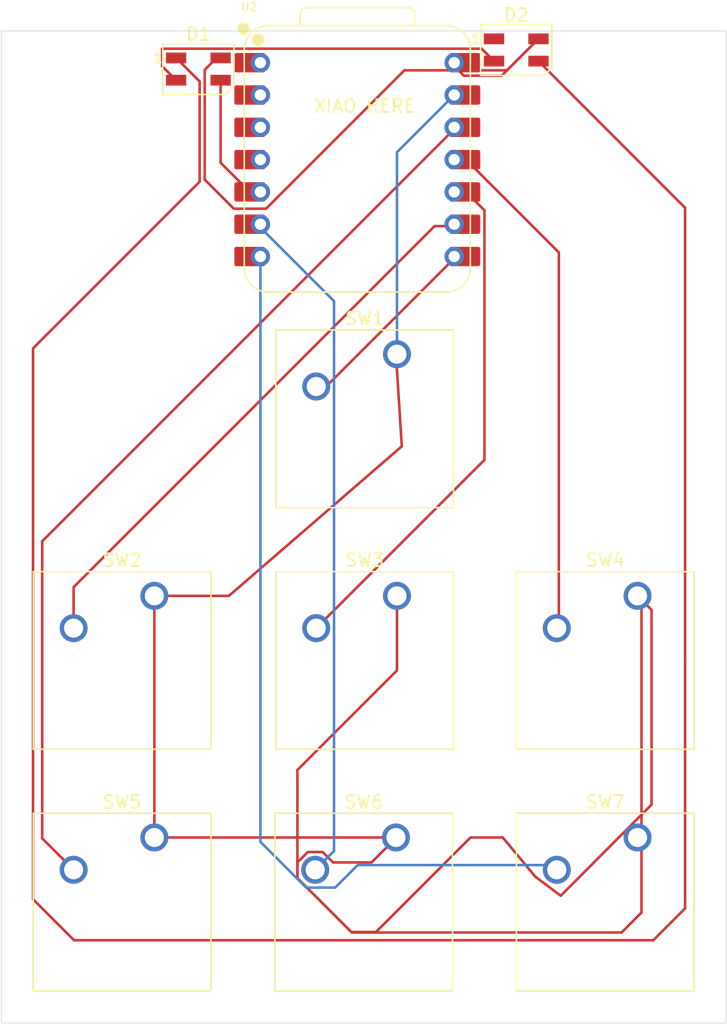
<source format=kicad_pcb>
(kicad_pcb (version 20240108) (generator "pcbnew") (generator_version "8.0")
  (layers (0 "F.Cu" signal) (31 "B.Cu" signal) (34 "B.Paste" user) (35 "F.Paste" user) (36 "B.SilkS" user "B.Silkscreen") (37 "F.SilkS" user "F.Silkscreen") (38 "B.Mask" user) (39 "F.Mask" user) (44 "Edge.Cuts" user))
  (net 0 "")
  (net 1 "Net-(D1-DIN)")
  (net 2 "Net-(D1-DOUT)")
  (net 3 "+5V")
  (net 4 "Net-(D1-VSS)")
  (net 6 "Net-(U2-GPIO1{slash}RX)")
  (net 7 "GND")
  (net 8 "Net-(U2-GPIO2{slash}SCK)")
  (net 9 "Net-(U2-GPIO4{slash}MISO)")
  (net 10 "Net-(U2-GPIO3{slash}MOSI)")
  (net 11 "Net-(U2-3V3)")
  (net 12 "Net-(U2-GPIO7{slash}SCL)")
  (net 13 "Net-(U2-GPIO0{slash}TX)")
  (footprint "OPL:XIAO-RP2040-DIP" (layer "F.Cu") (at 116 45.62)
    (property "Reference" "U2" (at -8.5 -12 0) (layer "F.SilkS") (effects (font (size 0.635 0.635) (thickness 0.1016))))
    (property "Value" "XIAO-RP2040-DIP")
    (fp_line (start -8.89 8.509) (end -8.89 -8.636) (stroke (width 0.127)) (layer "F.SilkS"))
    (fp_line (start -6.985 10.414) (end 6.985 10.414) (stroke (width 0.127)) (layer "F.SilkS"))
    (fp_line (start -4.495 -10.541) (end -4.491272 -11.451272) (stroke (width 0.127)) (layer "F.SilkS"))
    (fp_line (start -3.991272 -11.951) (end 4.004 -11.951) (stroke (width 0.127)) (layer "F.SilkS"))
    (fp_line (start 4.504 -11.451) (end 4.504 -10.541) (stroke (width 0.127)) (layer "F.SilkS"))
    (fp_line (start 6.985 -10.541) (end -6.985 -10.541) (stroke (width 0.1)) (layer "F.SilkS"))
    (fp_line (start 6.985 -10.541) (end -6.985 -10.541) (stroke (width 0.127)) (layer "F.SilkS"))
    (fp_line (start 8.89 8.509) (end 8.89 -8.636) (stroke (width 0.127)) (layer "F.SilkS"))
    (fp_arc (start -8.89 -8.636) (mid -8.332038 -9.983038) (end -6.985 -10.541) (stroke (width 0.127)) (layer "F.SilkS"))
    (fp_arc (start -6.985 10.414) (mid -8.332038 9.856038) (end -8.89 8.509) (stroke (width 0.127)) (layer "F.SilkS"))
    (fp_arc (start -4.491272 -11.451272) (mid -4.344724 -11.804644) (end -3.991272 -11.951) (stroke (width 0.127)) (layer "F.SilkS"))
    (fp_arc (start 4.004 -11.951) (mid 4.357553 -11.804553) (end 4.504 -11.451) (stroke (width 0.127)) (layer "F.SilkS"))
    (fp_arc (start 6.985 -10.541) (mid 8.332038 -9.983038) (end 8.89 -8.636) (stroke (width 0.127)) (layer "F.SilkS"))
    (fp_arc (start 8.89 8.509) (mid 8.332038 9.856038) (end 6.985 10.414) (stroke (width 0.127)) (layer "F.SilkS"))
    (fp_circle (center -8.95 -10.3) (end -8.95 -10.554) (stroke (width 0.5)) (fill solid) (layer "F.SilkS"))
    (fp_circle (center -7.807 -9.42) (end -7.807 -9.674) (stroke (width 0.5)) (fill solid) (layer "F.SilkS"))
    (pad "1" smd roundrect (at -8.455 -7.62 180) (size 2.432 1.524) (layers "F.Cu" "F.Mask") (roundrect_rratio 0.1))
    (pad "1" thru_hole circle (at -7.62 -7.62 180) (size 1.524 1.524) (drill 0.889) (layers "*.Cu" "*.Mask"))
    (pad "2" smd roundrect (at -8.455 -5.08 180) (size 2.432 1.524) (layers "F.Cu" "F.Mask") (roundrect_rratio 0.1))
    (pad "2" thru_hole circle (at -7.62 -5.08 180) (size 1.524 1.524) (drill 0.889) (layers "*.Cu" "*.Mask"))
    (pad "3" smd roundrect (at -8.455 -2.54 180) (size 2.432 1.524) (layers "F.Cu" "F.Mask") (roundrect_rratio 0.1))
    (pad "3" thru_hole circle (at -7.62 -2.54 180) (size 1.524 1.524) (drill 0.889) (layers "*.Cu" "*.Mask"))
    (pad "4" smd roundrect (at -8.455 0 180) (size 2.432 1.524) (layers "F.Cu" "F.Mask") (roundrect_rratio 0.1))
    (pad "4" thru_hole circle (at -7.62 0 180) (size 1.524 1.524) (drill 0.889) (layers "*.Cu" "*.Mask"))
    (pad "5" smd roundrect (at -8.455 2.54 180) (size 2.432 1.524) (layers "F.Cu" "F.Mask") (roundrect_rratio 0.1) (net 1 "Net-(D1-DIN)"))
    (pad "5" thru_hole circle (at -7.62 2.54 180) (size 1.524 1.524) (drill 0.889) (layers "*.Cu" "*.Mask") (net 1 "Net-(D1-DIN)"))
    (pad "6" smd roundrect (at -8.455 5.08 180) (size 2.432 1.524) (layers "F.Cu" "F.Mask") (roundrect_rratio 0.1) (net 12 "Net-(U2-GPIO7{slash}SCL)"))
    (pad "6" thru_hole circle (at -7.62 5.08 180) (size 1.524 1.524) (drill 0.889) (layers "*.Cu" "*.Mask") (net 12 "Net-(U2-GPIO7{slash}SCL)"))
    (pad "7" smd roundrect (at -8.455 7.62 180) (size 2.432 1.524) (layers "F.Cu" "F.Mask") (roundrect_rratio 0.1) (net 13 "Net-(U2-GPIO0{slash}TX)"))
    (pad "7" thru_hole circle (at -7.62 7.62 180) (size 1.524 1.524) (drill 0.889) (layers "*.Cu" "*.Mask") (net 13 "Net-(U2-GPIO0{slash}TX)"))
    (pad "8" thru_hole circle (at 7.62 7.62) (size 1.524 1.524) (drill 0.889) (layers "*.Cu" "*.Mask") (net 6 "Net-(U2-GPIO1{slash}RX)"))
    (pad "8" smd roundrect (at 8.455 7.62) (size 2.432 1.524) (layers "F.Cu" "F.Mask") (roundrect_rratio 0.1) (net 6 "Net-(U2-GPIO1{slash}RX)"))
    (pad "9" thru_hole circle (at 7.62 5.08) (size 1.524 1.524) (drill 0.889) (layers "*.Cu" "*.Mask") (net 8 "Net-(U2-GPIO2{slash}SCK)"))
    (pad "9" smd roundrect (at 8.455 5.08) (size 2.432 1.524) (layers "F.Cu" "F.Mask") (roundrect_rratio 0.1) (net 8 "Net-(U2-GPIO2{slash}SCK)"))
    (pad "10" thru_hole circle (at 7.62 2.54) (size 1.524 1.524) (drill 0.889) (layers "*.Cu" "*.Mask") (net 9 "Net-(U2-GPIO4{slash}MISO)"))
    (pad "10" smd roundrect (at 8.455 2.54) (size 2.432 1.524) (layers "F.Cu" "F.Mask") (roundrect_rratio 0.1) (net 9 "Net-(U2-GPIO4{slash}MISO)"))
    (pad "11" thru_hole circle (at 7.62 0) (size 1.524 1.524) (drill 0.889) (layers "*.Cu" "*.Mask") (net 10 "Net-(U2-GPIO3{slash}MOSI)"))
    (pad "11" smd roundrect (at 8.455 0) (size 2.432 1.524) (layers "F.Cu" "F.Mask") (roundrect_rratio 0.1) (net 10 "Net-(U2-GPIO3{slash}MOSI)"))
    (pad "12" thru_hole circle (at 7.62 -2.54) (size 1.524 1.524) (drill 0.889) (layers "*.Cu" "*.Mask") (net 11 "Net-(U2-3V3)"))
    (pad "12" smd roundrect (at 8.455 -2.54) (size 2.432 1.524) (layers "F.Cu" "F.Mask") (roundrect_rratio 0.1) (net 11 "Net-(U2-3V3)"))
    (pad "13" thru_hole circle (at 7.62 -5.08) (size 1.524 1.524) (drill 0.889) (layers "*.Cu" "*.Mask") (net 7 "GND"))
    (pad "13" smd roundrect (at 8.455 -5.08) (size 2.432 1.524) (layers "F.Cu" "F.Mask") (roundrect_rratio 0.1) (net 7 "GND"))
    (pad "14" thru_hole circle (at 7.62 -7.62) (size 1.524 1.524) (drill 0.889) (layers "*.Cu" "*.Mask") (net 3 "+5V"))
    (pad "14" smd roundrect (at 8.455 -7.62) (size 2.432 1.524) (layers "F.Cu" "F.Mask") (roundrect_rratio 0.1) (net 3 "+5V"))
  )
  (footprint "Button_Switch_Keyboard:SW_Cherry_MX_1.00u_PCB" (layer "F.Cu") (at 119.04 98.92)
    (property "Reference" "SW6" (at -2.54 -2.794 0) (layer "F.SilkS"))
    (property "Value" "SW_Push")
    (fp_line (start -9.525 -1.905) (end 4.445 -1.905) (stroke (width 0.12)) (layer "F.SilkS"))
    (fp_line (start -9.525 12.065) (end -9.525 -1.905) (stroke (width 0.12)) (layer "F.SilkS"))
    (fp_line (start 4.445 -1.905) (end 4.445 12.065) (stroke (width 0.12)) (layer "F.SilkS"))
    (fp_line (start 4.445 12.065) (end -9.525 12.065) (stroke (width 0.12)) (layer "F.SilkS"))
    (pad "" np_thru_hole circle (at -7.62 5.08) (size 1.7 1.7) (drill 1.7) (layers "*.Cu" "*.Mask"))
    (pad "" np_thru_hole circle (at -2.54 5.08) (size 4 4) (drill 4) (layers "*.Cu" "*.Mask"))
    (pad "" np_thru_hole circle (at 2.54 5.08) (size 1.7 1.7) (drill 1.7) (layers "*.Cu" "*.Mask"))
    (pad "1" thru_hole circle (at 0 0) (size 2.2 2.2) (drill 1.5) (layers "*.Cu" "*.Mask") (net 7 "GND"))
    (pad "2" thru_hole circle (at -6.35 2.54) (size 2.2 2.2) (drill 1.5) (layers "*.Cu" "*.Mask") (net 12 "Net-(U2-GPIO7{slash}SCL)"))
  )
  (footprint "Button_Switch_Keyboard:SW_Cherry_MX_1.00u_PCB" (layer "F.Cu") (at 119.12 60.92)
    (property "Reference" "SW1" (at -2.54 -2.794 0) (layer "F.SilkS"))
    (property "Value" "SW_Push")
    (fp_line (start -9.525 -1.905) (end 4.445 -1.905) (stroke (width 0.12)) (layer "F.SilkS"))
    (fp_line (start -9.525 12.065) (end -9.525 -1.905) (stroke (width 0.12)) (layer "F.SilkS"))
    (fp_line (start 4.445 -1.905) (end 4.445 12.065) (stroke (width 0.12)) (layer "F.SilkS"))
    (fp_line (start 4.445 12.065) (end -9.525 12.065) (stroke (width 0.12)) (layer "F.SilkS"))
    (pad "" np_thru_hole circle (at -7.62 5.08) (size 1.7 1.7) (drill 1.7) (layers "*.Cu" "*.Mask"))
    (pad "" np_thru_hole circle (at -2.54 5.08) (size 4 4) (drill 4) (layers "*.Cu" "*.Mask"))
    (pad "" np_thru_hole circle (at 2.54 5.08) (size 1.7 1.7) (drill 1.7) (layers "*.Cu" "*.Mask"))
    (pad "1" thru_hole circle (at 0 0) (size 2.2 2.2) (drill 1.5) (layers "*.Cu" "*.Mask") (net 7 "GND"))
    (pad "2" thru_hole circle (at -6.35 2.54) (size 2.2 2.2) (drill 1.5) (layers "*.Cu" "*.Mask") (net 6 "Net-(U2-GPIO1{slash}RX)"))
  )
  (footprint "Button_Switch_Keyboard:SW_Cherry_MX_1.00u_PCB" (layer "F.Cu") (at 100.04 98.92)
    (property "Reference" "SW5" (at -2.54 -2.794 0) (layer "F.SilkS"))
    (property "Value" "SW_Push")
    (fp_line (start -9.525 -1.905) (end 4.445 -1.905) (stroke (width 0.12)) (layer "F.SilkS"))
    (fp_line (start -9.525 12.065) (end -9.525 -1.905) (stroke (width 0.12)) (layer "F.SilkS"))
    (fp_line (start 4.445 -1.905) (end 4.445 12.065) (stroke (width 0.12)) (layer "F.SilkS"))
    (fp_line (start 4.445 12.065) (end -9.525 12.065) (stroke (width 0.12)) (layer "F.SilkS"))
    (pad "" np_thru_hole circle (at -7.62 5.08) (size 1.7 1.7) (drill 1.7) (layers "*.Cu" "*.Mask"))
    (pad "" np_thru_hole circle (at -2.54 5.08) (size 4 4) (drill 4) (layers "*.Cu" "*.Mask"))
    (pad "" np_thru_hole circle (at 2.54 5.08) (size 1.7 1.7) (drill 1.7) (layers "*.Cu" "*.Mask"))
    (pad "1" thru_hole circle (at 0 0) (size 2.2 2.2) (drill 1.5) (layers "*.Cu" "*.Mask") (net 7 "GND"))
    (pad "2" thru_hole circle (at -6.35 2.54) (size 2.2 2.2) (drill 1.5) (layers "*.Cu" "*.Mask") (net 11 "Net-(U2-3V3)"))
  )
  (footprint "Button_Switch_Keyboard:SW_Cherry_MX_1.00u_PCB" (layer "F.Cu") (at 119.12 79.92)
    (property "Reference" "SW3" (at -2.54 -2.794 0) (layer "F.SilkS"))
    (property "Value" "SW_Push")
    (fp_line (start -9.525 -1.905) (end 4.445 -1.905) (stroke (width 0.12)) (layer "F.SilkS"))
    (fp_line (start -9.525 12.065) (end -9.525 -1.905) (stroke (width 0.12)) (layer "F.SilkS"))
    (fp_line (start 4.445 -1.905) (end 4.445 12.065) (stroke (width 0.12)) (layer "F.SilkS"))
    (fp_line (start 4.445 12.065) (end -9.525 12.065) (stroke (width 0.12)) (layer "F.SilkS"))
    (pad "" np_thru_hole circle (at -7.62 5.08) (size 1.7 1.7) (drill 1.7) (layers "*.Cu" "*.Mask"))
    (pad "" np_thru_hole circle (at -2.54 5.08) (size 4 4) (drill 4) (layers "*.Cu" "*.Mask"))
    (pad "" np_thru_hole circle (at 2.54 5.08) (size 1.7 1.7) (drill 1.7) (layers "*.Cu" "*.Mask"))
    (pad "1" thru_hole circle (at 0 0) (size 2.2 2.2) (drill 1.5) (layers "*.Cu" "*.Mask") (net 7 "GND"))
    (pad "2" thru_hole circle (at -6.35 2.54) (size 2.2 2.2) (drill 1.5) (layers "*.Cu" "*.Mask") (net 9 "Net-(U2-GPIO4{slash}MISO)"))
  )
  (footprint "Button_Switch_Keyboard:SW_Cherry_MX_1.00u_PCB" (layer "F.Cu") (at 138.04 79.92)
    (property "Reference" "SW4" (at -2.54 -2.794 0) (layer "F.SilkS"))
    (property "Value" "SW_Push")
    (fp_line (start -9.525 -1.905) (end 4.445 -1.905) (stroke (width 0.12)) (layer "F.SilkS"))
    (fp_line (start -9.525 12.065) (end -9.525 -1.905) (stroke (width 0.12)) (layer "F.SilkS"))
    (fp_line (start 4.445 -1.905) (end 4.445 12.065) (stroke (width 0.12)) (layer "F.SilkS"))
    (fp_line (start 4.445 12.065) (end -9.525 12.065) (stroke (width 0.12)) (layer "F.SilkS"))
    (pad "" np_thru_hole circle (at -7.62 5.08) (size 1.7 1.7) (drill 1.7) (layers "*.Cu" "*.Mask"))
    (pad "" np_thru_hole circle (at -2.54 5.08) (size 4 4) (drill 4) (layers "*.Cu" "*.Mask"))
    (pad "" np_thru_hole circle (at 2.54 5.08) (size 1.7 1.7) (drill 1.7) (layers "*.Cu" "*.Mask"))
    (pad "1" thru_hole circle (at 0 0) (size 2.2 2.2) (drill 1.5) (layers "*.Cu" "*.Mask") (net 7 "GND"))
    (pad "2" thru_hole circle (at -6.35 2.54) (size 2.2 2.2) (drill 1.5) (layers "*.Cu" "*.Mask") (net 10 "Net-(U2-GPIO3{slash}MOSI)"))
  )
  (footprint "Button_Switch_Keyboard:SW_Cherry_MX_1.00u_PCB" (layer "F.Cu") (at 138.04 98.92)
    (property "Reference" "SW7" (at -2.54 -2.794 0) (layer "F.SilkS"))
    (property "Value" "SW_Push")
    (fp_line (start -9.525 -1.905) (end 4.445 -1.905) (stroke (width 0.12)) (layer "F.SilkS"))
    (fp_line (start -9.525 12.065) (end -9.525 -1.905) (stroke (width 0.12)) (layer "F.SilkS"))
    (fp_line (start 4.445 -1.905) (end 4.445 12.065) (stroke (width 0.12)) (layer "F.SilkS"))
    (fp_line (start 4.445 12.065) (end -9.525 12.065) (stroke (width 0.12)) (layer "F.SilkS"))
    (pad "" np_thru_hole circle (at -7.62 5.08) (size 1.7 1.7) (drill 1.7) (layers "*.Cu" "*.Mask"))
    (pad "" np_thru_hole circle (at -2.54 5.08) (size 4 4) (drill 4) (layers "*.Cu" "*.Mask"))
    (pad "" np_thru_hole circle (at 2.54 5.08) (size 1.7 1.7) (drill 1.7) (layers "*.Cu" "*.Mask"))
    (pad "1" thru_hole circle (at 0 0) (size 2.2 2.2) (drill 1.5) (layers "*.Cu" "*.Mask") (net 7 "GND"))
    (pad "2" thru_hole circle (at -6.35 2.54) (size 2.2 2.2) (drill 1.5) (layers "*.Cu" "*.Mask") (net 13 "Net-(U2-GPIO0{slash}TX)"))
  )
  (footprint "LED_SMD:LED_SK6812MINI_PLCC4_3.5x3.5mm_P1.75mm" (layer "F.Cu") (at 128.5 37)
    (property "Reference" "D2" (at 0 -2.75 0) (layer "F.SilkS"))
    (property "Value" "SK6812MINI")
    (fp_line (start -2.8 -2) (end -2.8 2) (stroke (width 0.12)) (layer "F.SilkS"))
    (fp_line (start -2.8 -2) (end 2.8 -2) (stroke (width 0.12)) (layer "F.SilkS"))
    (fp_line (start -2.8 2) (end 2.2 2) (stroke (width 0.12)) (layer "F.SilkS"))
    (fp_line (start 2.8 1.4) (end 2.2 2) (stroke (width 0.12)) (layer "F.SilkS"))
    (fp_line (start 2.8 1.4) (end 2.8 -2) (stroke (width 0.12)) (layer "F.SilkS"))
    (fp_text user "1" (at -3.2 -0.875 0) (layer "F.SilkS") (effects (font (size 0.8 0.8))))
    (pad "1" smd rect (at -1.75 -0.875) (size 1.6 0.85) (layers "F.Cu" "F.Paste" "F.Mask"))
    (pad "2" smd rect (at -1.75 0.875) (size 1.6 0.85) (layers "F.Cu" "F.Paste" "F.Mask") (net 4 "Net-(D1-VSS)"))
    (pad "3" smd rect (at 1.75 0.875) (size 1.6 0.85) (layers "F.Cu" "F.Paste" "F.Mask") (net 2 "Net-(D1-DOUT)"))
    (pad "4" smd rect (at 1.75 -0.875) (size 1.6 0.85) (layers "F.Cu" "F.Paste" "F.Mask") (net 3 "+5V"))
  )
  (footprint "Button_Switch_Keyboard:SW_Cherry_MX_1.00u_PCB" (layer "F.Cu") (at 100.04 79.92)
    (property "Reference" "SW2" (at -2.54 -2.794 0) (layer "F.SilkS"))
    (property "Value" "SW_Push")
    (fp_line (start -9.525 -1.905) (end 4.445 -1.905) (stroke (width 0.12)) (layer "F.SilkS"))
    (fp_line (start -9.525 12.065) (end -9.525 -1.905) (stroke (width 0.12)) (layer "F.SilkS"))
    (fp_line (start 4.445 -1.905) (end 4.445 12.065) (stroke (width 0.12)) (layer "F.SilkS"))
    (fp_line (start 4.445 12.065) (end -9.525 12.065) (stroke (width 0.12)) (layer "F.SilkS"))
    (pad "" np_thru_hole circle (at -7.62 5.08) (size 1.7 1.7) (drill 1.7) (layers "*.Cu" "*.Mask"))
    (pad "" np_thru_hole circle (at -2.54 5.08) (size 4 4) (drill 4) (layers "*.Cu" "*.Mask"))
    (pad "" np_thru_hole circle (at 2.54 5.08) (size 1.7 1.7) (drill 1.7) (layers "*.Cu" "*.Mask"))
    (pad "1" thru_hole circle (at 0 0) (size 2.2 2.2) (drill 1.5) (layers "*.Cu" "*.Mask") (net 7 "GND"))
    (pad "2" thru_hole circle (at -6.35 2.54) (size 2.2 2.2) (drill 1.5) (layers "*.Cu" "*.Mask") (net 8 "Net-(U2-GPIO2{slash}SCK)"))
  )
  (footprint "LED_SMD:LED_SK6812MINI_PLCC4_3.5x3.5mm_P1.75mm" (layer "F.Cu") (at 103.5 38.5)
    (property "Reference" "D1" (at 0 -2.75 0) (layer "F.SilkS"))
    (property "Value" "SK6812MINI")
    (fp_line (start -2.8 -2) (end -2.8 2) (stroke (width 0.12)) (layer "F.SilkS"))
    (fp_line (start -2.8 -2) (end 2.8 -2) (stroke (width 0.12)) (layer "F.SilkS"))
    (fp_line (start -2.8 2) (end 2.2 2) (stroke (width 0.12)) (layer "F.SilkS"))
    (fp_line (start 2.8 1.4) (end 2.2 2) (stroke (width 0.12)) (layer "F.SilkS"))
    (fp_line (start 2.8 1.4) (end 2.8 -2) (stroke (width 0.12)) (layer "F.SilkS"))
    (fp_text user "1" (at -3.2 -0.875 0) (layer "F.SilkS") (effects (font (size 0.8 0.8))))
    (pad "1" smd rect (at -1.75 -0.875) (size 1.6 0.85) (layers "F.Cu" "F.Paste" "F.Mask") (net 2 "Net-(D1-DOUT)"))
    (pad "2" smd rect (at -1.75 0.875) (size 1.6 0.85) (layers "F.Cu" "F.Paste" "F.Mask") (net 4 "Net-(D1-VSS)"))
    (pad "3" smd rect (at 1.75 0.875) (size 1.6 0.85) (layers "F.Cu" "F.Paste" "F.Mask") (net 1 "Net-(D1-DIN)"))
    (pad "4" smd rect (at 1.75 -0.875) (size 1.6 0.85) (layers "F.Cu" "F.Paste" "F.Mask") (net 3 "+5V"))
  )
  (gr_rect (start 88 35.5) (end 145 113.5) (stroke (width 0.05)) (fill none) (layer "Edge.Cuts"))
  (gr_text "XIAO HERE" (at 112.5 42 0) (layer "F.SilkS") (effects (font (size 1 1)) (justify left bottom)))
  (segment (start 105.25 45.865) (end 107.545 48.16) (width 0.2) (layer "F.Cu") (net 1))
  (segment (start 108.38 48.3085) (end 107.30237 48.3085) (width 0.2) (layer "F.Cu") (net 1))
  (segment (start 108.38 48.3085) (end 107.545 48.3085) (width 0.2) (layer "F.Cu") (net 1))
  (segment (start 105.25 39.375) (end 105.25 45.865) (width 0.2) (layer "F.Cu") (net 1))
  (segment (start 139.277056 107) (end 93.722944 107) (width 0.2) (layer "F.Cu") (net 2))
  (segment (start 93.722944 107) (end 90.5 103.777056) (width 0.2) (layer "F.Cu") (net 2))
  (segment (start 103.6 39.475) (end 101.75 37.625) (width 0.2) (layer "F.Cu") (net 2))
  (segment (start 103.6 47.3579) (end 103.6 39.475) (width 0.2) (layer "F.Cu") (net 2))
  (segment (start 130.25 37.875) (end 141.78 49.405) (width 0.2) (layer "F.Cu") (net 2))
  (segment (start 90.5 60.4579) (end 103.6 47.3579) (width 0.2) (layer "F.Cu") (net 2))
  (segment (start 141.78 104.497056) (end 139.277056 107) (width 0.2) (layer "F.Cu") (net 2))
  (segment (start 90.5 103.777056) (end 90.5 60.4579) (width 0.2) (layer "F.Cu") (net 2))
  (segment (start 141.78 49.405) (end 141.78 104.497056) (width 0.2) (layer "F.Cu") (net 2))
  (segment (start 130.25 36.125) (end 127.775 38.6) (width 0.2) (layer "F.Cu") (net 3))
  (segment (start 106.289786 49.482) (end 104 47.192214) (width 0.2) (layer "F.Cu") (net 3))
  (segment (start 124.455 38.1485) (end 123.62 38.1485) (width 0.2) (layer "F.Cu") (net 3))
  (segment (start 127.353 39.022) (end 124.382 39.022) (width 0.2) (layer "F.Cu") (net 3))
  (segment (start 123.62 38.1485) (end 124.69763 38.1485) (width 0.2) (layer "F.Cu") (net 3))
  (segment (start 127.775 38.6) (end 119.701895 38.6) (width 0.2) (layer "F.Cu") (net 3))
  (segment (start 119.701895 38.6) (end 108.819895 49.482) (width 0.2) (layer "F.Cu") (net 3))
  (segment (start 104 38.559315) (end 104.85 37.709315) (width 0.2) (layer "F.Cu") (net 3))
  (segment (start 130.25 36.125) (end 127.353 39.022) (width 0.2) (layer "F.Cu") (net 3))
  (segment (start 108.819895 49.482) (end 106.289786 49.482) (width 0.2) (layer "F.Cu") (net 3))
  (segment (start 124.382 39.022) (end 123.62 38.26) (width 0.2) (layer "F.Cu") (net 3))
  (segment (start 104 47.192214) (end 104 38.559315) (width 0.2) (layer "F.Cu") (net 3))
  (segment (start 126.75 37.875) (end 125.9615 37.0865) (width 0.2) (layer "F.Cu") (net 4))
  (segment (start 100.65 38.275) (end 100.65 36.9) (width 0.2) (layer "F.Cu") (net 4))
  (segment (start 125.775 36.9) (end 126.75 37.875) (width 0.2) (layer "F.Cu") (net 4))
  (segment (start 101.75 39.375) (end 100.65 38.275) (width 0.2) (layer "F.Cu") (net 4))
  (segment (start 100.65 36.9) (end 125.775 36.9) (width 0.2) (layer "F.Cu") (net 4))
  (segment (start 123.62 53.3885) (end 113.5485 63.46) (width 0.2) (layer "F.Cu") (net 6))
  (segment (start 113.5485 63.46) (end 112.69 63.46) (width 0.2) (layer "F.Cu") (net 6))
  (segment (start 127.440101 98.92) (end 124.903402 98.92) (width 0.2) (layer "F.Cu") (net 7))
  (segment (start 138.35 104.823402) (end 138.35 98.96) (width 0.2) (layer "F.Cu") (net 7))
  (segment (start 138.35 98.96) (end 138.35 80.23) (width 0.2) (layer "F.Cu") (net 7))
  (segment (start 138.04 79.92) (end 139.139999 81.019999) (width 0.2) (layer "F.Cu") (net 7))
  (segment (start 105.903402 79.92) (end 100.04 79.92) (width 0.2) (layer "F.Cu") (net 7))
  (segment (start 132 103.5) (end 130 102) (width 0.2) (layer "F.Cu") (net 7))
  (segment (start 136.783402 106.39) (end 138.35 104.823402) (width 0.2) (layer "F.Cu") (net 7))
  (segment (start 111.29 100.880101) (end 111.29 102.113402) (width 0.2) (layer "F.Cu") (net 7))
  (segment (start 119.12 85.783402) (end 119.12 79.92) (width 0.2) (layer "F.Cu") (net 7))
  (segment (start 130 102) (end 127.440101 98.92) (width 0.2) (layer "F.Cu") (net 7))
  (segment (start 111.29 93.613402) (end 119.12 85.783402) (width 0.2) (layer "F.Cu") (net 7))
  (segment (start 111.29 102.113402) (end 111.29 93.613402) (width 0.2) (layer "F.Cu") (net 7))
  (segment (start 124.903402 98.92) (end 117.473402 106.35) (width 0.2) (layer "F.Cu") (net 7))
  (segment (start 111.29 102.113402) (end 115.566598 106.39) (width 0.2) (layer "F.Cu") (net 7))
  (segment (start 112.110101 100.06) (end 111.29 100.880101) (width 0.2) (layer "F.Cu") (net 7))
  (segment (start 119.04 98.92) (end 119.08 98.92) (width 0.2) (layer "F.Cu") (net 7))
  (segment (start 117.119899 100.880101) (end 114.09 100.880101) (width 0.2) (layer "F.Cu") (net 7))
  (segment (start 117.473402 106.35) (end 115.526598 106.35) (width 0.2) (layer "F.Cu") (net 7))
  (segment (start 119.5 68.161701) (end 105.903402 79.92) (width 0.2) (layer "F.Cu") (net 7))
  (segment (start 138.35 80.23) (end 138.04 79.92) (width 0.2) (layer "F.Cu") (net 7))
  (segment (start 114.09 100.880101) (end 113.269899 100.06) (width 0.2) (layer "F.Cu") (net 7))
  (segment (start 119.04 60.92) (end 119.5 68.161701) (width 0.2) (layer "F.Cu") (net 7))
  (segment (start 139.139999 81.019999) (end 139.139999 96.3399) (width 0.2) (layer "F.Cu") (net 7))
  (segment (start 115.566598 106.39) (end 136.783402 106.39) (width 0.2) (layer "F.Cu") (net 7))
  (segment (start 115.526598 106.35) (end 111.29 102.113402) (width 0.2) (layer "F.Cu") (net 7))
  (segment (start 113.269899 100.06) (end 112.110101 100.06) (width 0.2) (layer "F.Cu") (net 7))
  (segment (start 139.139999 96.3399) (end 132 103.5) (width 0.2) (layer "F.Cu") (net 7))
  (segment (start 100.04 79.92) (end 100.04 98.92) (width 0.2) (layer "F.Cu") (net 7))
  (segment (start 119.08 98.92) (end 117.119899 100.880101) (width 0.2) (layer "F.Cu") (net 7))
  (segment (start 100.04 98.92) (end 119.04 98.92) (width 0.2) (layer "F.Cu") (net 7))
  (segment (start 119.12 60.92) (end 119.12 45.04) (width 0.2) (layer "B.Cu") (net 7))
  (segment (start 119.12 45.04) (end 123.62 40.54) (width 0.2) (layer "B.Cu") (net 7))
  (segment (start 123.62 50.8485) (end 122.0765 50.8485) (width 0.2) (layer "F.Cu") (net 8))
  (segment (start 122.0765 50.8485) (end 93.69 79.235) (width 0.2) (layer "F.Cu") (net 8))
  (segment (start 93.69 79.235) (end 93.69 82.46) (width 0.2) (layer "F.Cu") (net 8))
  (segment (start 124.69763 48.3085) (end 126 49.61087) (width 0.2) (layer "F.Cu") (net 9))
  (segment (start 126 49.61087) (end 126 69.23) (width 0.2) (layer "F.Cu") (net 9))
  (segment (start 123.62 48.3085) (end 124.69763 48.3085) (width 0.2) (layer "F.Cu") (net 9))
  (segment (start 126 69.23) (end 112.77 82.46) (width 0.2) (layer "F.Cu") (net 9))
  (segment (start 131.85 52.92087) (end 131.85 82.3) (width 0.2) (layer "F.Cu") (net 10))
  (segment (start 131.85 82.3) (end 131.69 82.46) (width 0.2) (layer "F.Cu") (net 10))
  (segment (start 124.69763 45.7685) (end 131.85 52.92087) (width 0.2) (layer "F.Cu") (net 10))
  (segment (start 123.62 45.7685) (end 124.69763 45.7685) (width 0.2) (layer "F.Cu") (net 10))
  (segment (start 91.22 98.99) (end 93.69 101.46) (width 0.2) (layer "F.Cu") (net 11))
  (segment (start 123.62 43.2285) (end 91.22 75.6285) (width 0.2) (layer "F.Cu") (net 11))
  (segment (start 91.22 75.6285) (end 91.22 98.99) (width 0.2) (layer "F.Cu") (net 11))
  (segment (start 108.38 50.96) (end 114.17 56.75) (width 0.2) (layer "B.Cu") (net 12))
  (segment (start 114.17 99.98) (end 112.69 101.46) (width 0.2) (layer "B.Cu") (net 12))
  (segment (start 114.17 56.75) (end 114.17 99.98) (width 0.2) (layer "B.Cu") (net 12))
  (segment (start 108.38 53.3885) (end 107.545 53.3885) (width 0.2) (layer "F.Cu") (net 13))
  (segment (start 131.69 101.46) (end 132.060101 101.089899) (width 0.2) (layer "B.Cu") (net 13))
  (segment (start 116.027157 101.089899) (end 114.257056 102.86) (width 0.2) (layer "B.Cu") (net 13))
  (segment (start 132.060101 101.089899) (end 116.027157 101.089899) (width 0.2) (layer "B.Cu") (net 13))
  (segment (start 111.977056 102.86) (end 108.38 99.262944) (width 0.2) (layer "B.Cu") (net 13))
  (segment (start 114.257056 102.86) (end 111.977056 102.86) (width 0.2) (layer "B.Cu") (net 13))
  (segment (start 108.38 99.262944) (end 108.38 53.24) (width 0.2) (layer "B.Cu") (net 13))
)
</source>
